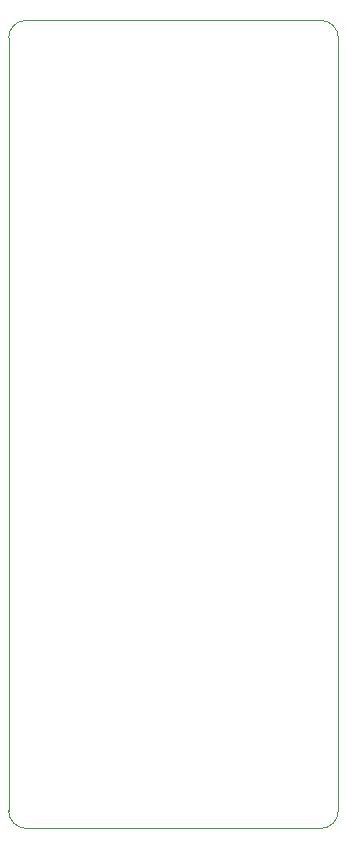
<source format=gbr>
%TF.GenerationSoftware,KiCad,Pcbnew,5.1.5+dfsg1-2build2*%
%TF.CreationDate,2021-06-12T01:28:48+05:30*%
%TF.ProjectId,USBee32-S2,55534265-6533-4322-9d53-322e6b696361,rev?*%
%TF.SameCoordinates,Original*%
%TF.FileFunction,Profile,NP*%
%FSLAX46Y46*%
G04 Gerber Fmt 4.6, Leading zero omitted, Abs format (unit mm)*
G04 Created by KiCad (PCBNEW 5.1.5+dfsg1-2build2) date 2021-06-12 01:28:48*
%MOMM*%
%LPD*%
G04 APERTURE LIST*
%ADD10C,0.050000*%
G04 APERTURE END LIST*
D10*
X136950000Y-134000000D02*
X136950000Y-68580000D01*
X163370000Y-135510000D02*
X138450000Y-135500000D01*
X164870000Y-68580000D02*
X164870000Y-134010000D01*
X138450000Y-67080000D02*
X163370000Y-67080000D01*
X164870000Y-134010000D02*
G75*
G02X163370000Y-135510000I-1500000J0D01*
G01*
X138450000Y-135500000D02*
G75*
G02X136950000Y-134000000I0J1500000D01*
G01*
X136950000Y-68580000D02*
G75*
G02X138450000Y-67080000I1500000J0D01*
G01*
X163370000Y-67080000D02*
G75*
G02X164870000Y-68580000I0J-1500000D01*
G01*
M02*

</source>
